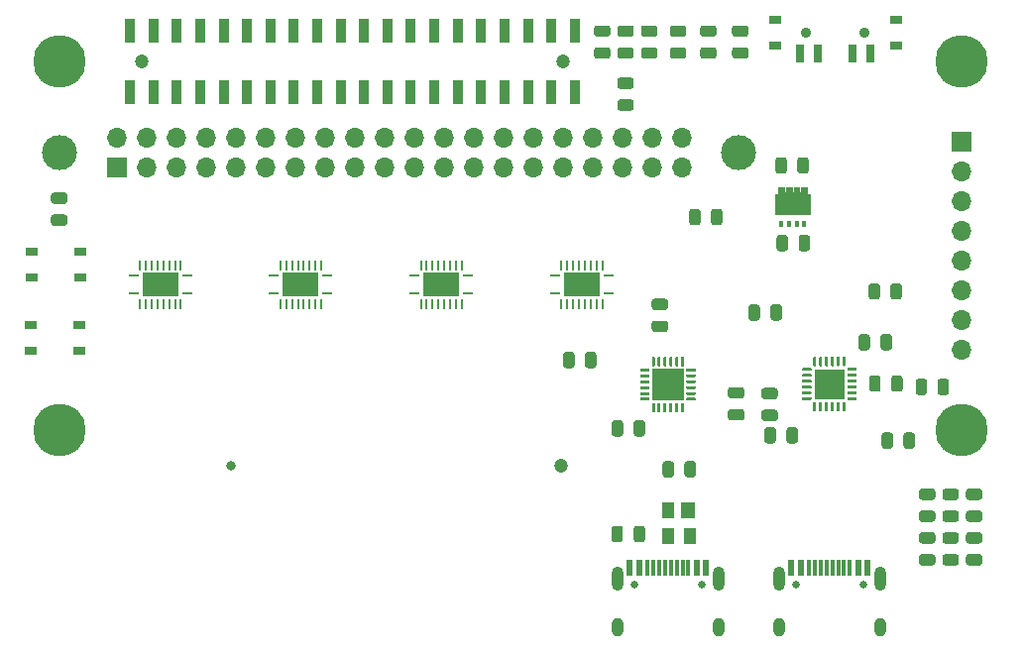
<source format=gbr>
%TF.GenerationSoftware,KiCad,Pcbnew,5.1.6+dfsg1-1~bpo10+1*%
%TF.CreationDate,2020-09-02T15:08:30+01:00*%
%TF.ProjectId,Ultra96-IO-Mezzanine,556c7472-6139-4362-9d49-4f2d4d657a7a,A*%
%TF.SameCoordinates,Original*%
%TF.FileFunction,Soldermask,Top*%
%TF.FilePolarity,Negative*%
%FSLAX46Y46*%
G04 Gerber Fmt 4.6, Leading zero omitted, Abs format (unit mm)*
G04 Created by KiCad (PCBNEW 5.1.6+dfsg1-1~bpo10+1) date 2020-09-02 15:08:30*
%MOMM*%
%LPD*%
G01*
G04 APERTURE LIST*
%ADD10C,0.010000*%
%ADD11C,4.500000*%
%ADD12C,3.000000*%
%ADD13O,1.700000X1.700000*%
%ADD14R,1.700000X1.700000*%
%ADD15R,0.860000X0.260000*%
%ADD16R,0.260000X0.860000*%
%ADD17R,3.050000X2.050000*%
%ADD18R,1.050000X0.650000*%
%ADD19R,1.000000X0.800000*%
%ADD20R,0.700000X1.500000*%
%ADD21C,0.900000*%
%ADD22R,2.750000X1.470000*%
%ADD23R,0.400000X0.550000*%
%ADD24R,2.700000X2.700000*%
%ADD25R,0.600000X1.450000*%
%ADD26R,0.300000X1.450000*%
%ADD27O,1.000000X2.100000*%
%ADD28C,0.650000*%
%ADD29O,1.000000X1.600000*%
%ADD30R,0.890000X2.100000*%
%ADD31C,0.800000*%
%ADD32C,1.200000*%
%ADD33R,2.600000X2.600000*%
%ADD34R,1.000000X1.400000*%
%ADD35R,1.200000X1.400000*%
G04 APERTURE END LIST*
D10*
%TO.C,Q1*%
G36*
X165136500Y-117040200D02*
G01*
X168086500Y-117040200D01*
X168086500Y-115370200D01*
X167836500Y-115370200D01*
X167836500Y-114760200D01*
X167336500Y-114760200D01*
X167336500Y-115170200D01*
X167186500Y-115170200D01*
X167186500Y-114760200D01*
X166686500Y-114760200D01*
X166686500Y-115170200D01*
X166536500Y-115170200D01*
X166536500Y-114760200D01*
X166036500Y-114760200D01*
X166036500Y-115170200D01*
X165886500Y-115170200D01*
X165886500Y-114760200D01*
X165386500Y-114760200D01*
X165386500Y-115370200D01*
X165136500Y-115370200D01*
X165136500Y-117040200D01*
G37*
X165136500Y-117040200D02*
X168086500Y-117040200D01*
X168086500Y-115370200D01*
X167836500Y-115370200D01*
X167836500Y-114760200D01*
X167336500Y-114760200D01*
X167336500Y-115170200D01*
X167186500Y-115170200D01*
X167186500Y-114760200D01*
X166686500Y-114760200D01*
X166686500Y-115170200D01*
X166536500Y-115170200D01*
X166536500Y-114760200D01*
X166036500Y-114760200D01*
X166036500Y-115170200D01*
X165886500Y-115170200D01*
X165886500Y-114760200D01*
X165386500Y-114760200D01*
X165386500Y-115370200D01*
X165136500Y-115370200D01*
X165136500Y-117040200D01*
%TD*%
D11*
%TO.C,REF\u002A\u002A*%
X181000000Y-104000000D03*
X104000000Y-104000000D03*
X181000000Y-135500000D03*
X104000000Y-135500000D03*
%TD*%
D12*
%TO.C,H1*%
X104000000Y-111800000D03*
%TD*%
%TO.C,R13*%
G36*
G01*
X179643750Y-142387500D02*
X180556250Y-142387500D01*
G75*
G02*
X180800000Y-142631250I0J-243750D01*
G01*
X180800000Y-143118750D01*
G75*
G02*
X180556250Y-143362500I-243750J0D01*
G01*
X179643750Y-143362500D01*
G75*
G02*
X179400000Y-143118750I0J243750D01*
G01*
X179400000Y-142631250D01*
G75*
G02*
X179643750Y-142387500I243750J0D01*
G01*
G37*
G36*
G01*
X179643750Y-140512500D02*
X180556250Y-140512500D01*
G75*
G02*
X180800000Y-140756250I0J-243750D01*
G01*
X180800000Y-141243750D01*
G75*
G02*
X180556250Y-141487500I-243750J0D01*
G01*
X179643750Y-141487500D01*
G75*
G02*
X179400000Y-141243750I0J243750D01*
G01*
X179400000Y-140756250D01*
G75*
G02*
X179643750Y-140512500I243750J0D01*
G01*
G37*
%TD*%
%TO.C,R12*%
G36*
G01*
X181643750Y-142387500D02*
X182556250Y-142387500D01*
G75*
G02*
X182800000Y-142631250I0J-243750D01*
G01*
X182800000Y-143118750D01*
G75*
G02*
X182556250Y-143362500I-243750J0D01*
G01*
X181643750Y-143362500D01*
G75*
G02*
X181400000Y-143118750I0J243750D01*
G01*
X181400000Y-142631250D01*
G75*
G02*
X181643750Y-142387500I243750J0D01*
G01*
G37*
G36*
G01*
X181643750Y-140512500D02*
X182556250Y-140512500D01*
G75*
G02*
X182800000Y-140756250I0J-243750D01*
G01*
X182800000Y-141243750D01*
G75*
G02*
X182556250Y-141487500I-243750J0D01*
G01*
X181643750Y-141487500D01*
G75*
G02*
X181400000Y-141243750I0J243750D01*
G01*
X181400000Y-140756250D01*
G75*
G02*
X181643750Y-140512500I243750J0D01*
G01*
G37*
%TD*%
%TO.C,R11*%
G36*
G01*
X177643750Y-142387500D02*
X178556250Y-142387500D01*
G75*
G02*
X178800000Y-142631250I0J-243750D01*
G01*
X178800000Y-143118750D01*
G75*
G02*
X178556250Y-143362500I-243750J0D01*
G01*
X177643750Y-143362500D01*
G75*
G02*
X177400000Y-143118750I0J243750D01*
G01*
X177400000Y-142631250D01*
G75*
G02*
X177643750Y-142387500I243750J0D01*
G01*
G37*
G36*
G01*
X177643750Y-140512500D02*
X178556250Y-140512500D01*
G75*
G02*
X178800000Y-140756250I0J-243750D01*
G01*
X178800000Y-141243750D01*
G75*
G02*
X178556250Y-141487500I-243750J0D01*
G01*
X177643750Y-141487500D01*
G75*
G02*
X177400000Y-141243750I0J243750D01*
G01*
X177400000Y-140756250D01*
G75*
G02*
X177643750Y-140512500I243750J0D01*
G01*
G37*
%TD*%
%TO.C,D10*%
G36*
G01*
X180556250Y-145212500D02*
X179643750Y-145212500D01*
G75*
G02*
X179400000Y-144968750I0J243750D01*
G01*
X179400000Y-144481250D01*
G75*
G02*
X179643750Y-144237500I243750J0D01*
G01*
X180556250Y-144237500D01*
G75*
G02*
X180800000Y-144481250I0J-243750D01*
G01*
X180800000Y-144968750D01*
G75*
G02*
X180556250Y-145212500I-243750J0D01*
G01*
G37*
G36*
G01*
X180556250Y-147087500D02*
X179643750Y-147087500D01*
G75*
G02*
X179400000Y-146843750I0J243750D01*
G01*
X179400000Y-146356250D01*
G75*
G02*
X179643750Y-146112500I243750J0D01*
G01*
X180556250Y-146112500D01*
G75*
G02*
X180800000Y-146356250I0J-243750D01*
G01*
X180800000Y-146843750D01*
G75*
G02*
X180556250Y-147087500I-243750J0D01*
G01*
G37*
%TD*%
%TO.C,D9*%
G36*
G01*
X182556250Y-145212500D02*
X181643750Y-145212500D01*
G75*
G02*
X181400000Y-144968750I0J243750D01*
G01*
X181400000Y-144481250D01*
G75*
G02*
X181643750Y-144237500I243750J0D01*
G01*
X182556250Y-144237500D01*
G75*
G02*
X182800000Y-144481250I0J-243750D01*
G01*
X182800000Y-144968750D01*
G75*
G02*
X182556250Y-145212500I-243750J0D01*
G01*
G37*
G36*
G01*
X182556250Y-147087500D02*
X181643750Y-147087500D01*
G75*
G02*
X181400000Y-146843750I0J243750D01*
G01*
X181400000Y-146356250D01*
G75*
G02*
X181643750Y-146112500I243750J0D01*
G01*
X182556250Y-146112500D01*
G75*
G02*
X182800000Y-146356250I0J-243750D01*
G01*
X182800000Y-146843750D01*
G75*
G02*
X182556250Y-147087500I-243750J0D01*
G01*
G37*
%TD*%
%TO.C,D8*%
G36*
G01*
X178556250Y-145212500D02*
X177643750Y-145212500D01*
G75*
G02*
X177400000Y-144968750I0J243750D01*
G01*
X177400000Y-144481250D01*
G75*
G02*
X177643750Y-144237500I243750J0D01*
G01*
X178556250Y-144237500D01*
G75*
G02*
X178800000Y-144481250I0J-243750D01*
G01*
X178800000Y-144968750D01*
G75*
G02*
X178556250Y-145212500I-243750J0D01*
G01*
G37*
G36*
G01*
X178556250Y-147087500D02*
X177643750Y-147087500D01*
G75*
G02*
X177400000Y-146843750I0J243750D01*
G01*
X177400000Y-146356250D01*
G75*
G02*
X177643750Y-146112500I243750J0D01*
G01*
X178556250Y-146112500D01*
G75*
G02*
X178800000Y-146356250I0J-243750D01*
G01*
X178800000Y-146843750D01*
G75*
G02*
X178556250Y-147087500I-243750J0D01*
G01*
G37*
%TD*%
D13*
%TO.C,P1*%
X157130000Y-110530000D03*
X157130000Y-113070000D03*
X154590000Y-110530000D03*
X154590000Y-113070000D03*
X152050000Y-110530000D03*
X152050000Y-113070000D03*
X149510000Y-110530000D03*
X149510000Y-113070000D03*
X146970000Y-110530000D03*
X146970000Y-113070000D03*
X144430000Y-110530000D03*
X144430000Y-113070000D03*
X141890000Y-110530000D03*
X141890000Y-113070000D03*
X139350000Y-110530000D03*
X139350000Y-113070000D03*
X136810000Y-110530000D03*
X136810000Y-113070000D03*
X134270000Y-110530000D03*
X134270000Y-113070000D03*
X131730000Y-110530000D03*
X131730000Y-113070000D03*
X129190000Y-110530000D03*
X129190000Y-113070000D03*
X126650000Y-110530000D03*
X126650000Y-113070000D03*
X124110000Y-110530000D03*
X124110000Y-113070000D03*
X121570000Y-110530000D03*
X121570000Y-113070000D03*
X119030000Y-110530000D03*
X119030000Y-113070000D03*
X116490000Y-110530000D03*
X116490000Y-113070000D03*
X113950000Y-110530000D03*
X113950000Y-113070000D03*
X111410000Y-110530000D03*
X111410000Y-113070000D03*
X108870000Y-110530000D03*
D14*
X108870000Y-113070000D03*
%TD*%
D15*
%TO.C,U7*%
X150887600Y-123862400D03*
X150887600Y-122338400D03*
X146315600Y-122338400D03*
X146315600Y-123862400D03*
D16*
X146851600Y-124785400D03*
X147351600Y-124785400D03*
X147851600Y-124785400D03*
X148351600Y-124785400D03*
X148851600Y-124785400D03*
X149351600Y-124785400D03*
X149851600Y-124785400D03*
X150351600Y-124785400D03*
X150351600Y-121415400D03*
X149851600Y-121415400D03*
X149351600Y-121415400D03*
X148851600Y-121415400D03*
X148351600Y-121415400D03*
X147851600Y-121415400D03*
X147351600Y-121415400D03*
X146851600Y-121415400D03*
D17*
X148601600Y-123100400D03*
%TD*%
D15*
%TO.C,U6*%
X138887600Y-123862400D03*
X138887600Y-122338400D03*
X134315600Y-122338400D03*
X134315600Y-123862400D03*
D16*
X134851600Y-124785400D03*
X135351600Y-124785400D03*
X135851600Y-124785400D03*
X136351600Y-124785400D03*
X136851600Y-124785400D03*
X137351600Y-124785400D03*
X137851600Y-124785400D03*
X138351600Y-124785400D03*
X138351600Y-121415400D03*
X137851600Y-121415400D03*
X137351600Y-121415400D03*
X136851600Y-121415400D03*
X136351600Y-121415400D03*
X135851600Y-121415400D03*
X135351600Y-121415400D03*
X134851600Y-121415400D03*
D17*
X136601600Y-123100400D03*
%TD*%
D15*
%TO.C,U5*%
X126887600Y-123862400D03*
X126887600Y-122338400D03*
X122315600Y-122338400D03*
X122315600Y-123862400D03*
D16*
X122851600Y-124785400D03*
X123351600Y-124785400D03*
X123851600Y-124785400D03*
X124351600Y-124785400D03*
X124851600Y-124785400D03*
X125351600Y-124785400D03*
X125851600Y-124785400D03*
X126351600Y-124785400D03*
X126351600Y-121415400D03*
X125851600Y-121415400D03*
X125351600Y-121415400D03*
X124851600Y-121415400D03*
X124351600Y-121415400D03*
X123851600Y-121415400D03*
X123351600Y-121415400D03*
X122851600Y-121415400D03*
D17*
X124601600Y-123100400D03*
%TD*%
%TO.C,U3*%
X112601600Y-123100400D03*
D16*
X110851600Y-121415400D03*
X111351600Y-121415400D03*
X111851600Y-121415400D03*
X112351600Y-121415400D03*
X112851600Y-121415400D03*
X113351600Y-121415400D03*
X113851600Y-121415400D03*
X114351600Y-121415400D03*
X114351600Y-124785400D03*
X113851600Y-124785400D03*
X113351600Y-124785400D03*
X112851600Y-124785400D03*
X112351600Y-124785400D03*
X111851600Y-124785400D03*
X111351600Y-124785400D03*
X110851600Y-124785400D03*
D15*
X110315600Y-123862400D03*
X110315600Y-122338400D03*
X114887600Y-122338400D03*
X114887600Y-123862400D03*
%TD*%
D18*
%TO.C,RST*%
X101540000Y-126555000D03*
X101515000Y-128705000D03*
X105665000Y-126555000D03*
X105665000Y-128705000D03*
%TD*%
%TO.C,PWR*%
X101610000Y-120305000D03*
X101585000Y-122455000D03*
X105735000Y-120305000D03*
X105735000Y-122455000D03*
%TD*%
D19*
%TO.C,5v|3v3|1v8*%
X175410000Y-102690000D03*
X165110000Y-102690000D03*
X165110000Y-100480000D03*
X175410000Y-100480000D03*
D20*
X167260000Y-103340000D03*
X168760000Y-103340000D03*
X171760000Y-103340000D03*
X173260000Y-103340000D03*
D21*
X167760000Y-101580000D03*
X172760000Y-101580000D03*
%TD*%
%TO.C,R10*%
G36*
G01*
X151880450Y-107267600D02*
X152792950Y-107267600D01*
G75*
G02*
X153036700Y-107511350I0J-243750D01*
G01*
X153036700Y-107998850D01*
G75*
G02*
X152792950Y-108242600I-243750J0D01*
G01*
X151880450Y-108242600D01*
G75*
G02*
X151636700Y-107998850I0J243750D01*
G01*
X151636700Y-107511350D01*
G75*
G02*
X151880450Y-107267600I243750J0D01*
G01*
G37*
G36*
G01*
X151880450Y-105392600D02*
X152792950Y-105392600D01*
G75*
G02*
X153036700Y-105636350I0J-243750D01*
G01*
X153036700Y-106123850D01*
G75*
G02*
X152792950Y-106367600I-243750J0D01*
G01*
X151880450Y-106367600D01*
G75*
G02*
X151636700Y-106123850I0J243750D01*
G01*
X151636700Y-105636350D01*
G75*
G02*
X151880450Y-105392600I243750J0D01*
G01*
G37*
%TD*%
%TO.C,R9*%
G36*
G01*
X166112500Y-112443750D02*
X166112500Y-113356250D01*
G75*
G02*
X165868750Y-113600000I-243750J0D01*
G01*
X165381250Y-113600000D01*
G75*
G02*
X165137500Y-113356250I0J243750D01*
G01*
X165137500Y-112443750D01*
G75*
G02*
X165381250Y-112200000I243750J0D01*
G01*
X165868750Y-112200000D01*
G75*
G02*
X166112500Y-112443750I0J-243750D01*
G01*
G37*
G36*
G01*
X167987500Y-112443750D02*
X167987500Y-113356250D01*
G75*
G02*
X167743750Y-113600000I-243750J0D01*
G01*
X167256250Y-113600000D01*
G75*
G02*
X167012500Y-113356250I0J243750D01*
G01*
X167012500Y-112443750D01*
G75*
G02*
X167256250Y-112200000I243750J0D01*
G01*
X167743750Y-112200000D01*
G75*
G02*
X167987500Y-112443750I0J-243750D01*
G01*
G37*
%TD*%
%TO.C,R8*%
G36*
G01*
X163814300Y-125019950D02*
X163814300Y-125932450D01*
G75*
G02*
X163570550Y-126176200I-243750J0D01*
G01*
X163083050Y-126176200D01*
G75*
G02*
X162839300Y-125932450I0J243750D01*
G01*
X162839300Y-125019950D01*
G75*
G02*
X163083050Y-124776200I243750J0D01*
G01*
X163570550Y-124776200D01*
G75*
G02*
X163814300Y-125019950I0J-243750D01*
G01*
G37*
G36*
G01*
X165689300Y-125019950D02*
X165689300Y-125932450D01*
G75*
G02*
X165445550Y-126176200I-243750J0D01*
G01*
X164958050Y-126176200D01*
G75*
G02*
X164714300Y-125932450I0J243750D01*
G01*
X164714300Y-125019950D01*
G75*
G02*
X164958050Y-124776200I243750J0D01*
G01*
X165445550Y-124776200D01*
G75*
G02*
X165689300Y-125019950I0J-243750D01*
G01*
G37*
%TD*%
%TO.C,R7*%
G36*
G01*
X167114600Y-119988850D02*
X167114600Y-119076350D01*
G75*
G02*
X167358350Y-118832600I243750J0D01*
G01*
X167845850Y-118832600D01*
G75*
G02*
X168089600Y-119076350I0J-243750D01*
G01*
X168089600Y-119988850D01*
G75*
G02*
X167845850Y-120232600I-243750J0D01*
G01*
X167358350Y-120232600D01*
G75*
G02*
X167114600Y-119988850I0J243750D01*
G01*
G37*
G36*
G01*
X165239600Y-119988850D02*
X165239600Y-119076350D01*
G75*
G02*
X165483350Y-118832600I243750J0D01*
G01*
X165970850Y-118832600D01*
G75*
G02*
X166214600Y-119076350I0J-243750D01*
G01*
X166214600Y-119988850D01*
G75*
G02*
X165970850Y-120232600I-243750J0D01*
G01*
X165483350Y-120232600D01*
G75*
G02*
X165239600Y-119988850I0J243750D01*
G01*
G37*
%TD*%
%TO.C,R6*%
G36*
G01*
X159629700Y-117766350D02*
X159629700Y-116853850D01*
G75*
G02*
X159873450Y-116610100I243750J0D01*
G01*
X160360950Y-116610100D01*
G75*
G02*
X160604700Y-116853850I0J-243750D01*
G01*
X160604700Y-117766350D01*
G75*
G02*
X160360950Y-118010100I-243750J0D01*
G01*
X159873450Y-118010100D01*
G75*
G02*
X159629700Y-117766350I0J243750D01*
G01*
G37*
G36*
G01*
X157754700Y-117766350D02*
X157754700Y-116853850D01*
G75*
G02*
X157998450Y-116610100I243750J0D01*
G01*
X158485950Y-116610100D01*
G75*
G02*
X158729700Y-116853850I0J-243750D01*
G01*
X158729700Y-117766350D01*
G75*
G02*
X158485950Y-118010100I-243750J0D01*
G01*
X157998450Y-118010100D01*
G75*
G02*
X157754700Y-117766350I0J243750D01*
G01*
G37*
%TD*%
%TO.C,R5*%
G36*
G01*
X157276250Y-101907500D02*
X156363750Y-101907500D01*
G75*
G02*
X156120000Y-101663750I0J243750D01*
G01*
X156120000Y-101176250D01*
G75*
G02*
X156363750Y-100932500I243750J0D01*
G01*
X157276250Y-100932500D01*
G75*
G02*
X157520000Y-101176250I0J-243750D01*
G01*
X157520000Y-101663750D01*
G75*
G02*
X157276250Y-101907500I-243750J0D01*
G01*
G37*
G36*
G01*
X157276250Y-103782500D02*
X156363750Y-103782500D01*
G75*
G02*
X156120000Y-103538750I0J243750D01*
G01*
X156120000Y-103051250D01*
G75*
G02*
X156363750Y-102807500I243750J0D01*
G01*
X157276250Y-102807500D01*
G75*
G02*
X157520000Y-103051250I0J-243750D01*
G01*
X157520000Y-103538750D01*
G75*
G02*
X157276250Y-103782500I-243750J0D01*
G01*
G37*
%TD*%
%TO.C,R4*%
G36*
G01*
X154806250Y-101907500D02*
X153893750Y-101907500D01*
G75*
G02*
X153650000Y-101663750I0J243750D01*
G01*
X153650000Y-101176250D01*
G75*
G02*
X153893750Y-100932500I243750J0D01*
G01*
X154806250Y-100932500D01*
G75*
G02*
X155050000Y-101176250I0J-243750D01*
G01*
X155050000Y-101663750D01*
G75*
G02*
X154806250Y-101907500I-243750J0D01*
G01*
G37*
G36*
G01*
X154806250Y-103782500D02*
X153893750Y-103782500D01*
G75*
G02*
X153650000Y-103538750I0J243750D01*
G01*
X153650000Y-103051250D01*
G75*
G02*
X153893750Y-102807500I243750J0D01*
G01*
X154806250Y-102807500D01*
G75*
G02*
X155050000Y-103051250I0J-243750D01*
G01*
X155050000Y-103538750D01*
G75*
G02*
X154806250Y-103782500I-243750J0D01*
G01*
G37*
%TD*%
%TO.C,R3*%
G36*
G01*
X175176200Y-135954650D02*
X175176200Y-136867150D01*
G75*
G02*
X174932450Y-137110900I-243750J0D01*
G01*
X174444950Y-137110900D01*
G75*
G02*
X174201200Y-136867150I0J243750D01*
G01*
X174201200Y-135954650D01*
G75*
G02*
X174444950Y-135710900I243750J0D01*
G01*
X174932450Y-135710900D01*
G75*
G02*
X175176200Y-135954650I0J-243750D01*
G01*
G37*
G36*
G01*
X177051200Y-135954650D02*
X177051200Y-136867150D01*
G75*
G02*
X176807450Y-137110900I-243750J0D01*
G01*
X176319950Y-137110900D01*
G75*
G02*
X176076200Y-136867150I0J243750D01*
G01*
X176076200Y-135954650D01*
G75*
G02*
X176319950Y-135710900I243750J0D01*
G01*
X176807450Y-135710900D01*
G75*
G02*
X177051200Y-135954650I0J-243750D01*
G01*
G37*
%TD*%
%TO.C,R2*%
G36*
G01*
X174112300Y-128472450D02*
X174112300Y-127559950D01*
G75*
G02*
X174356050Y-127316200I243750J0D01*
G01*
X174843550Y-127316200D01*
G75*
G02*
X175087300Y-127559950I0J-243750D01*
G01*
X175087300Y-128472450D01*
G75*
G02*
X174843550Y-128716200I-243750J0D01*
G01*
X174356050Y-128716200D01*
G75*
G02*
X174112300Y-128472450I0J243750D01*
G01*
G37*
G36*
G01*
X172237300Y-128472450D02*
X172237300Y-127559950D01*
G75*
G02*
X172481050Y-127316200I243750J0D01*
G01*
X172968550Y-127316200D01*
G75*
G02*
X173212300Y-127559950I0J-243750D01*
G01*
X173212300Y-128472450D01*
G75*
G02*
X172968550Y-128716200I-243750J0D01*
G01*
X172481050Y-128716200D01*
G75*
G02*
X172237300Y-128472450I0J243750D01*
G01*
G37*
%TD*%
%TO.C,R1*%
G36*
G01*
X174122100Y-131090550D02*
X174122100Y-132003050D01*
G75*
G02*
X173878350Y-132246800I-243750J0D01*
G01*
X173390850Y-132246800D01*
G75*
G02*
X173147100Y-132003050I0J243750D01*
G01*
X173147100Y-131090550D01*
G75*
G02*
X173390850Y-130846800I243750J0D01*
G01*
X173878350Y-130846800D01*
G75*
G02*
X174122100Y-131090550I0J-243750D01*
G01*
G37*
G36*
G01*
X175997100Y-131090550D02*
X175997100Y-132003050D01*
G75*
G02*
X175753350Y-132246800I-243750J0D01*
G01*
X175265850Y-132246800D01*
G75*
G02*
X175022100Y-132003050I0J243750D01*
G01*
X175022100Y-131090550D01*
G75*
G02*
X175265850Y-130846800I243750J0D01*
G01*
X175753350Y-130846800D01*
G75*
G02*
X175997100Y-131090550I0J-243750D01*
G01*
G37*
%TD*%
D22*
%TO.C,Q1*%
X166611500Y-116205200D03*
D23*
X167586500Y-117885200D03*
X165636500Y-117885200D03*
X166936500Y-117885200D03*
X166286500Y-117885200D03*
%TD*%
%TO.C,D7*%
G36*
G01*
X165099250Y-132872500D02*
X164186750Y-132872500D01*
G75*
G02*
X163943000Y-132628750I0J243750D01*
G01*
X163943000Y-132141250D01*
G75*
G02*
X164186750Y-131897500I243750J0D01*
G01*
X165099250Y-131897500D01*
G75*
G02*
X165343000Y-132141250I0J-243750D01*
G01*
X165343000Y-132628750D01*
G75*
G02*
X165099250Y-132872500I-243750J0D01*
G01*
G37*
G36*
G01*
X165099250Y-134747500D02*
X164186750Y-134747500D01*
G75*
G02*
X163943000Y-134503750I0J243750D01*
G01*
X163943000Y-134016250D01*
G75*
G02*
X164186750Y-133772500I243750J0D01*
G01*
X165099250Y-133772500D01*
G75*
G02*
X165343000Y-134016250I0J-243750D01*
G01*
X165343000Y-134503750D01*
G75*
G02*
X165099250Y-134747500I-243750J0D01*
G01*
G37*
%TD*%
%TO.C,D6*%
G36*
G01*
X152117600Y-143942950D02*
X152117600Y-144855450D01*
G75*
G02*
X151873850Y-145099200I-243750J0D01*
G01*
X151386350Y-145099200D01*
G75*
G02*
X151142600Y-144855450I0J243750D01*
G01*
X151142600Y-143942950D01*
G75*
G02*
X151386350Y-143699200I243750J0D01*
G01*
X151873850Y-143699200D01*
G75*
G02*
X152117600Y-143942950I0J-243750D01*
G01*
G37*
G36*
G01*
X153992600Y-143942950D02*
X153992600Y-144855450D01*
G75*
G02*
X153748850Y-145099200I-243750J0D01*
G01*
X153261350Y-145099200D01*
G75*
G02*
X153017600Y-144855450I0J243750D01*
G01*
X153017600Y-143942950D01*
G75*
G02*
X153261350Y-143699200I243750J0D01*
G01*
X153748850Y-143699200D01*
G75*
G02*
X153992600Y-143942950I0J-243750D01*
G01*
G37*
%TD*%
%TO.C,D5*%
G36*
G01*
X162241750Y-132821700D02*
X161329250Y-132821700D01*
G75*
G02*
X161085500Y-132577950I0J243750D01*
G01*
X161085500Y-132090450D01*
G75*
G02*
X161329250Y-131846700I243750J0D01*
G01*
X162241750Y-131846700D01*
G75*
G02*
X162485500Y-132090450I0J-243750D01*
G01*
X162485500Y-132577950D01*
G75*
G02*
X162241750Y-132821700I-243750J0D01*
G01*
G37*
G36*
G01*
X162241750Y-134696700D02*
X161329250Y-134696700D01*
G75*
G02*
X161085500Y-134452950I0J243750D01*
G01*
X161085500Y-133965450D01*
G75*
G02*
X161329250Y-133721700I243750J0D01*
G01*
X162241750Y-133721700D01*
G75*
G02*
X162485500Y-133965450I0J-243750D01*
G01*
X162485500Y-134452950D01*
G75*
G02*
X162241750Y-134696700I-243750J0D01*
G01*
G37*
%TD*%
%TO.C,D4*%
G36*
G01*
X151893750Y-102807500D02*
X152806250Y-102807500D01*
G75*
G02*
X153050000Y-103051250I0J-243750D01*
G01*
X153050000Y-103538750D01*
G75*
G02*
X152806250Y-103782500I-243750J0D01*
G01*
X151893750Y-103782500D01*
G75*
G02*
X151650000Y-103538750I0J243750D01*
G01*
X151650000Y-103051250D01*
G75*
G02*
X151893750Y-102807500I243750J0D01*
G01*
G37*
G36*
G01*
X151893750Y-100932500D02*
X152806250Y-100932500D01*
G75*
G02*
X153050000Y-101176250I0J-243750D01*
G01*
X153050000Y-101663750D01*
G75*
G02*
X152806250Y-101907500I-243750J0D01*
G01*
X151893750Y-101907500D01*
G75*
G02*
X151650000Y-101663750I0J243750D01*
G01*
X151650000Y-101176250D01*
G75*
G02*
X151893750Y-100932500I243750J0D01*
G01*
G37*
%TD*%
%TO.C,D2*%
G36*
G01*
X162586250Y-101907500D02*
X161673750Y-101907500D01*
G75*
G02*
X161430000Y-101663750I0J243750D01*
G01*
X161430000Y-101176250D01*
G75*
G02*
X161673750Y-100932500I243750J0D01*
G01*
X162586250Y-100932500D01*
G75*
G02*
X162830000Y-101176250I0J-243750D01*
G01*
X162830000Y-101663750D01*
G75*
G02*
X162586250Y-101907500I-243750J0D01*
G01*
G37*
G36*
G01*
X162586250Y-103782500D02*
X161673750Y-103782500D01*
G75*
G02*
X161430000Y-103538750I0J243750D01*
G01*
X161430000Y-103051250D01*
G75*
G02*
X161673750Y-102807500I243750J0D01*
G01*
X162586250Y-102807500D01*
G75*
G02*
X162830000Y-103051250I0J-243750D01*
G01*
X162830000Y-103538750D01*
G75*
G02*
X162586250Y-103782500I-243750J0D01*
G01*
G37*
%TD*%
%TO.C,D1*%
G36*
G01*
X159866250Y-101907500D02*
X158953750Y-101907500D01*
G75*
G02*
X158710000Y-101663750I0J243750D01*
G01*
X158710000Y-101176250D01*
G75*
G02*
X158953750Y-100932500I243750J0D01*
G01*
X159866250Y-100932500D01*
G75*
G02*
X160110000Y-101176250I0J-243750D01*
G01*
X160110000Y-101663750D01*
G75*
G02*
X159866250Y-101907500I-243750J0D01*
G01*
G37*
G36*
G01*
X159866250Y-103782500D02*
X158953750Y-103782500D01*
G75*
G02*
X158710000Y-103538750I0J243750D01*
G01*
X158710000Y-103051250D01*
G75*
G02*
X158953750Y-102807500I243750J0D01*
G01*
X159866250Y-102807500D01*
G75*
G02*
X160110000Y-103051250I0J-243750D01*
G01*
X160110000Y-103538750D01*
G75*
G02*
X159866250Y-103782500I-243750J0D01*
G01*
G37*
%TD*%
%TO.C,C9*%
G36*
G01*
X152125700Y-134913250D02*
X152125700Y-135825750D01*
G75*
G02*
X151881950Y-136069500I-243750J0D01*
G01*
X151394450Y-136069500D01*
G75*
G02*
X151150700Y-135825750I0J243750D01*
G01*
X151150700Y-134913250D01*
G75*
G02*
X151394450Y-134669500I243750J0D01*
G01*
X151881950Y-134669500D01*
G75*
G02*
X152125700Y-134913250I0J-243750D01*
G01*
G37*
G36*
G01*
X154000700Y-134913250D02*
X154000700Y-135825750D01*
G75*
G02*
X153756950Y-136069500I-243750J0D01*
G01*
X153269450Y-136069500D01*
G75*
G02*
X153025700Y-135825750I0J243750D01*
G01*
X153025700Y-134913250D01*
G75*
G02*
X153269450Y-134669500I243750J0D01*
G01*
X153756950Y-134669500D01*
G75*
G02*
X154000700Y-134913250I0J-243750D01*
G01*
G37*
%TD*%
%TO.C,C8*%
G36*
G01*
X149893750Y-102807500D02*
X150806250Y-102807500D01*
G75*
G02*
X151050000Y-103051250I0J-243750D01*
G01*
X151050000Y-103538750D01*
G75*
G02*
X150806250Y-103782500I-243750J0D01*
G01*
X149893750Y-103782500D01*
G75*
G02*
X149650000Y-103538750I0J243750D01*
G01*
X149650000Y-103051250D01*
G75*
G02*
X149893750Y-102807500I243750J0D01*
G01*
G37*
G36*
G01*
X149893750Y-100932500D02*
X150806250Y-100932500D01*
G75*
G02*
X151050000Y-101176250I0J-243750D01*
G01*
X151050000Y-101663750D01*
G75*
G02*
X150806250Y-101907500I-243750J0D01*
G01*
X149893750Y-101907500D01*
G75*
G02*
X149650000Y-101663750I0J243750D01*
G01*
X149650000Y-101176250D01*
G75*
G02*
X149893750Y-100932500I243750J0D01*
G01*
G37*
%TD*%
%TO.C,C7*%
G36*
G01*
X155726650Y-125265200D02*
X154814150Y-125265200D01*
G75*
G02*
X154570400Y-125021450I0J243750D01*
G01*
X154570400Y-124533950D01*
G75*
G02*
X154814150Y-124290200I243750J0D01*
G01*
X155726650Y-124290200D01*
G75*
G02*
X155970400Y-124533950I0J-243750D01*
G01*
X155970400Y-125021450D01*
G75*
G02*
X155726650Y-125265200I-243750J0D01*
G01*
G37*
G36*
G01*
X155726650Y-127140200D02*
X154814150Y-127140200D01*
G75*
G02*
X154570400Y-126896450I0J243750D01*
G01*
X154570400Y-126408950D01*
G75*
G02*
X154814150Y-126165200I243750J0D01*
G01*
X155726650Y-126165200D01*
G75*
G02*
X155970400Y-126408950I0J-243750D01*
G01*
X155970400Y-126896450D01*
G75*
G02*
X155726650Y-127140200I-243750J0D01*
G01*
G37*
%TD*%
%TO.C,C6*%
G36*
G01*
X147972800Y-129071250D02*
X147972800Y-129983750D01*
G75*
G02*
X147729050Y-130227500I-243750J0D01*
G01*
X147241550Y-130227500D01*
G75*
G02*
X146997800Y-129983750I0J243750D01*
G01*
X146997800Y-129071250D01*
G75*
G02*
X147241550Y-128827500I243750J0D01*
G01*
X147729050Y-128827500D01*
G75*
G02*
X147972800Y-129071250I0J-243750D01*
G01*
G37*
G36*
G01*
X149847800Y-129071250D02*
X149847800Y-129983750D01*
G75*
G02*
X149604050Y-130227500I-243750J0D01*
G01*
X149116550Y-130227500D01*
G75*
G02*
X148872800Y-129983750I0J243750D01*
G01*
X148872800Y-129071250D01*
G75*
G02*
X149116550Y-128827500I243750J0D01*
G01*
X149604050Y-128827500D01*
G75*
G02*
X149847800Y-129071250I0J-243750D01*
G01*
G37*
%TD*%
%TO.C,C5*%
G36*
G01*
X166077500Y-136426250D02*
X166077500Y-135513750D01*
G75*
G02*
X166321250Y-135270000I243750J0D01*
G01*
X166808750Y-135270000D01*
G75*
G02*
X167052500Y-135513750I0J-243750D01*
G01*
X167052500Y-136426250D01*
G75*
G02*
X166808750Y-136670000I-243750J0D01*
G01*
X166321250Y-136670000D01*
G75*
G02*
X166077500Y-136426250I0J243750D01*
G01*
G37*
G36*
G01*
X164202500Y-136426250D02*
X164202500Y-135513750D01*
G75*
G02*
X164446250Y-135270000I243750J0D01*
G01*
X164933750Y-135270000D01*
G75*
G02*
X165177500Y-135513750I0J-243750D01*
G01*
X165177500Y-136426250D01*
G75*
G02*
X164933750Y-136670000I-243750J0D01*
G01*
X164446250Y-136670000D01*
G75*
G02*
X164202500Y-136426250I0J243750D01*
G01*
G37*
%TD*%
%TO.C,C4*%
G36*
G01*
X178984500Y-132282450D02*
X178984500Y-131369950D01*
G75*
G02*
X179228250Y-131126200I243750J0D01*
G01*
X179715750Y-131126200D01*
G75*
G02*
X179959500Y-131369950I0J-243750D01*
G01*
X179959500Y-132282450D01*
G75*
G02*
X179715750Y-132526200I-243750J0D01*
G01*
X179228250Y-132526200D01*
G75*
G02*
X178984500Y-132282450I0J243750D01*
G01*
G37*
G36*
G01*
X177109500Y-132282450D02*
X177109500Y-131369950D01*
G75*
G02*
X177353250Y-131126200I243750J0D01*
G01*
X177840750Y-131126200D01*
G75*
G02*
X178084500Y-131369950I0J-243750D01*
G01*
X178084500Y-132282450D01*
G75*
G02*
X177840750Y-132526200I-243750J0D01*
G01*
X177353250Y-132526200D01*
G75*
G02*
X177109500Y-132282450I0J243750D01*
G01*
G37*
%TD*%
%TO.C,C3*%
G36*
G01*
X103503750Y-117087500D02*
X104416250Y-117087500D01*
G75*
G02*
X104660000Y-117331250I0J-243750D01*
G01*
X104660000Y-117818750D01*
G75*
G02*
X104416250Y-118062500I-243750J0D01*
G01*
X103503750Y-118062500D01*
G75*
G02*
X103260000Y-117818750I0J243750D01*
G01*
X103260000Y-117331250D01*
G75*
G02*
X103503750Y-117087500I243750J0D01*
G01*
G37*
G36*
G01*
X103503750Y-115212500D02*
X104416250Y-115212500D01*
G75*
G02*
X104660000Y-115456250I0J-243750D01*
G01*
X104660000Y-115943750D01*
G75*
G02*
X104416250Y-116187500I-243750J0D01*
G01*
X103503750Y-116187500D01*
G75*
G02*
X103260000Y-115943750I0J243750D01*
G01*
X103260000Y-115456250D01*
G75*
G02*
X103503750Y-115212500I243750J0D01*
G01*
G37*
%TD*%
%TO.C,C2*%
G36*
G01*
X157362500Y-139316250D02*
X157362500Y-138403750D01*
G75*
G02*
X157606250Y-138160000I243750J0D01*
G01*
X158093750Y-138160000D01*
G75*
G02*
X158337500Y-138403750I0J-243750D01*
G01*
X158337500Y-139316250D01*
G75*
G02*
X158093750Y-139560000I-243750J0D01*
G01*
X157606250Y-139560000D01*
G75*
G02*
X157362500Y-139316250I0J243750D01*
G01*
G37*
G36*
G01*
X155487500Y-139316250D02*
X155487500Y-138403750D01*
G75*
G02*
X155731250Y-138160000I243750J0D01*
G01*
X156218750Y-138160000D01*
G75*
G02*
X156462500Y-138403750I0J-243750D01*
G01*
X156462500Y-139316250D01*
G75*
G02*
X156218750Y-139560000I-243750J0D01*
G01*
X155731250Y-139560000D01*
G75*
G02*
X155487500Y-139316250I0J243750D01*
G01*
G37*
%TD*%
%TO.C,C1*%
G36*
G01*
X174063200Y-123216550D02*
X174063200Y-124129050D01*
G75*
G02*
X173819450Y-124372800I-243750J0D01*
G01*
X173331950Y-124372800D01*
G75*
G02*
X173088200Y-124129050I0J243750D01*
G01*
X173088200Y-123216550D01*
G75*
G02*
X173331950Y-122972800I243750J0D01*
G01*
X173819450Y-122972800D01*
G75*
G02*
X174063200Y-123216550I0J-243750D01*
G01*
G37*
G36*
G01*
X175938200Y-123216550D02*
X175938200Y-124129050D01*
G75*
G02*
X175694450Y-124372800I-243750J0D01*
G01*
X175206950Y-124372800D01*
G75*
G02*
X174963200Y-124129050I0J243750D01*
G01*
X174963200Y-123216550D01*
G75*
G02*
X175206950Y-122972800I243750J0D01*
G01*
X175694450Y-122972800D01*
G75*
G02*
X175938200Y-123216550I0J-243750D01*
G01*
G37*
%TD*%
D13*
%TO.C,J2*%
X181000000Y-128640000D03*
X181000000Y-126100000D03*
X181000000Y-123560000D03*
X181000000Y-121020000D03*
X181000000Y-118480000D03*
X181000000Y-115940000D03*
X181000000Y-113400000D03*
D14*
X181000000Y-110860000D03*
%TD*%
D24*
%TO.C,U4*%
X155955000Y-131635000D03*
G36*
G01*
X154342500Y-133010000D02*
X153642500Y-133010000D01*
G75*
G02*
X153580000Y-132947500I0J62500D01*
G01*
X153580000Y-132822500D01*
G75*
G02*
X153642500Y-132760000I62500J0D01*
G01*
X154342500Y-132760000D01*
G75*
G02*
X154405000Y-132822500I0J-62500D01*
G01*
X154405000Y-132947500D01*
G75*
G02*
X154342500Y-133010000I-62500J0D01*
G01*
G37*
G36*
G01*
X154342500Y-132510000D02*
X153642500Y-132510000D01*
G75*
G02*
X153580000Y-132447500I0J62500D01*
G01*
X153580000Y-132322500D01*
G75*
G02*
X153642500Y-132260000I62500J0D01*
G01*
X154342500Y-132260000D01*
G75*
G02*
X154405000Y-132322500I0J-62500D01*
G01*
X154405000Y-132447500D01*
G75*
G02*
X154342500Y-132510000I-62500J0D01*
G01*
G37*
G36*
G01*
X154342500Y-132010000D02*
X153642500Y-132010000D01*
G75*
G02*
X153580000Y-131947500I0J62500D01*
G01*
X153580000Y-131822500D01*
G75*
G02*
X153642500Y-131760000I62500J0D01*
G01*
X154342500Y-131760000D01*
G75*
G02*
X154405000Y-131822500I0J-62500D01*
G01*
X154405000Y-131947500D01*
G75*
G02*
X154342500Y-132010000I-62500J0D01*
G01*
G37*
G36*
G01*
X154342500Y-131510000D02*
X153642500Y-131510000D01*
G75*
G02*
X153580000Y-131447500I0J62500D01*
G01*
X153580000Y-131322500D01*
G75*
G02*
X153642500Y-131260000I62500J0D01*
G01*
X154342500Y-131260000D01*
G75*
G02*
X154405000Y-131322500I0J-62500D01*
G01*
X154405000Y-131447500D01*
G75*
G02*
X154342500Y-131510000I-62500J0D01*
G01*
G37*
G36*
G01*
X154342500Y-131010000D02*
X153642500Y-131010000D01*
G75*
G02*
X153580000Y-130947500I0J62500D01*
G01*
X153580000Y-130822500D01*
G75*
G02*
X153642500Y-130760000I62500J0D01*
G01*
X154342500Y-130760000D01*
G75*
G02*
X154405000Y-130822500I0J-62500D01*
G01*
X154405000Y-130947500D01*
G75*
G02*
X154342500Y-131010000I-62500J0D01*
G01*
G37*
G36*
G01*
X154342500Y-130510000D02*
X153642500Y-130510000D01*
G75*
G02*
X153580000Y-130447500I0J62500D01*
G01*
X153580000Y-130322500D01*
G75*
G02*
X153642500Y-130260000I62500J0D01*
G01*
X154342500Y-130260000D01*
G75*
G02*
X154405000Y-130322500I0J-62500D01*
G01*
X154405000Y-130447500D01*
G75*
G02*
X154342500Y-130510000I-62500J0D01*
G01*
G37*
G36*
G01*
X154767500Y-130085000D02*
X154642500Y-130085000D01*
G75*
G02*
X154580000Y-130022500I0J62500D01*
G01*
X154580000Y-129322500D01*
G75*
G02*
X154642500Y-129260000I62500J0D01*
G01*
X154767500Y-129260000D01*
G75*
G02*
X154830000Y-129322500I0J-62500D01*
G01*
X154830000Y-130022500D01*
G75*
G02*
X154767500Y-130085000I-62500J0D01*
G01*
G37*
G36*
G01*
X155267500Y-130085000D02*
X155142500Y-130085000D01*
G75*
G02*
X155080000Y-130022500I0J62500D01*
G01*
X155080000Y-129322500D01*
G75*
G02*
X155142500Y-129260000I62500J0D01*
G01*
X155267500Y-129260000D01*
G75*
G02*
X155330000Y-129322500I0J-62500D01*
G01*
X155330000Y-130022500D01*
G75*
G02*
X155267500Y-130085000I-62500J0D01*
G01*
G37*
G36*
G01*
X155767500Y-130085000D02*
X155642500Y-130085000D01*
G75*
G02*
X155580000Y-130022500I0J62500D01*
G01*
X155580000Y-129322500D01*
G75*
G02*
X155642500Y-129260000I62500J0D01*
G01*
X155767500Y-129260000D01*
G75*
G02*
X155830000Y-129322500I0J-62500D01*
G01*
X155830000Y-130022500D01*
G75*
G02*
X155767500Y-130085000I-62500J0D01*
G01*
G37*
G36*
G01*
X156267500Y-130085000D02*
X156142500Y-130085000D01*
G75*
G02*
X156080000Y-130022500I0J62500D01*
G01*
X156080000Y-129322500D01*
G75*
G02*
X156142500Y-129260000I62500J0D01*
G01*
X156267500Y-129260000D01*
G75*
G02*
X156330000Y-129322500I0J-62500D01*
G01*
X156330000Y-130022500D01*
G75*
G02*
X156267500Y-130085000I-62500J0D01*
G01*
G37*
G36*
G01*
X156767500Y-130085000D02*
X156642500Y-130085000D01*
G75*
G02*
X156580000Y-130022500I0J62500D01*
G01*
X156580000Y-129322500D01*
G75*
G02*
X156642500Y-129260000I62500J0D01*
G01*
X156767500Y-129260000D01*
G75*
G02*
X156830000Y-129322500I0J-62500D01*
G01*
X156830000Y-130022500D01*
G75*
G02*
X156767500Y-130085000I-62500J0D01*
G01*
G37*
G36*
G01*
X157267500Y-130085000D02*
X157142500Y-130085000D01*
G75*
G02*
X157080000Y-130022500I0J62500D01*
G01*
X157080000Y-129322500D01*
G75*
G02*
X157142500Y-129260000I62500J0D01*
G01*
X157267500Y-129260000D01*
G75*
G02*
X157330000Y-129322500I0J-62500D01*
G01*
X157330000Y-130022500D01*
G75*
G02*
X157267500Y-130085000I-62500J0D01*
G01*
G37*
G36*
G01*
X158267500Y-130510000D02*
X157567500Y-130510000D01*
G75*
G02*
X157505000Y-130447500I0J62500D01*
G01*
X157505000Y-130322500D01*
G75*
G02*
X157567500Y-130260000I62500J0D01*
G01*
X158267500Y-130260000D01*
G75*
G02*
X158330000Y-130322500I0J-62500D01*
G01*
X158330000Y-130447500D01*
G75*
G02*
X158267500Y-130510000I-62500J0D01*
G01*
G37*
G36*
G01*
X158267500Y-131010000D02*
X157567500Y-131010000D01*
G75*
G02*
X157505000Y-130947500I0J62500D01*
G01*
X157505000Y-130822500D01*
G75*
G02*
X157567500Y-130760000I62500J0D01*
G01*
X158267500Y-130760000D01*
G75*
G02*
X158330000Y-130822500I0J-62500D01*
G01*
X158330000Y-130947500D01*
G75*
G02*
X158267500Y-131010000I-62500J0D01*
G01*
G37*
G36*
G01*
X158267500Y-131510000D02*
X157567500Y-131510000D01*
G75*
G02*
X157505000Y-131447500I0J62500D01*
G01*
X157505000Y-131322500D01*
G75*
G02*
X157567500Y-131260000I62500J0D01*
G01*
X158267500Y-131260000D01*
G75*
G02*
X158330000Y-131322500I0J-62500D01*
G01*
X158330000Y-131447500D01*
G75*
G02*
X158267500Y-131510000I-62500J0D01*
G01*
G37*
G36*
G01*
X158267500Y-132010000D02*
X157567500Y-132010000D01*
G75*
G02*
X157505000Y-131947500I0J62500D01*
G01*
X157505000Y-131822500D01*
G75*
G02*
X157567500Y-131760000I62500J0D01*
G01*
X158267500Y-131760000D01*
G75*
G02*
X158330000Y-131822500I0J-62500D01*
G01*
X158330000Y-131947500D01*
G75*
G02*
X158267500Y-132010000I-62500J0D01*
G01*
G37*
G36*
G01*
X158267500Y-132510000D02*
X157567500Y-132510000D01*
G75*
G02*
X157505000Y-132447500I0J62500D01*
G01*
X157505000Y-132322500D01*
G75*
G02*
X157567500Y-132260000I62500J0D01*
G01*
X158267500Y-132260000D01*
G75*
G02*
X158330000Y-132322500I0J-62500D01*
G01*
X158330000Y-132447500D01*
G75*
G02*
X158267500Y-132510000I-62500J0D01*
G01*
G37*
G36*
G01*
X158267500Y-133010000D02*
X157567500Y-133010000D01*
G75*
G02*
X157505000Y-132947500I0J62500D01*
G01*
X157505000Y-132822500D01*
G75*
G02*
X157567500Y-132760000I62500J0D01*
G01*
X158267500Y-132760000D01*
G75*
G02*
X158330000Y-132822500I0J-62500D01*
G01*
X158330000Y-132947500D01*
G75*
G02*
X158267500Y-133010000I-62500J0D01*
G01*
G37*
G36*
G01*
X157267500Y-134010000D02*
X157142500Y-134010000D01*
G75*
G02*
X157080000Y-133947500I0J62500D01*
G01*
X157080000Y-133247500D01*
G75*
G02*
X157142500Y-133185000I62500J0D01*
G01*
X157267500Y-133185000D01*
G75*
G02*
X157330000Y-133247500I0J-62500D01*
G01*
X157330000Y-133947500D01*
G75*
G02*
X157267500Y-134010000I-62500J0D01*
G01*
G37*
G36*
G01*
X156767500Y-134010000D02*
X156642500Y-134010000D01*
G75*
G02*
X156580000Y-133947500I0J62500D01*
G01*
X156580000Y-133247500D01*
G75*
G02*
X156642500Y-133185000I62500J0D01*
G01*
X156767500Y-133185000D01*
G75*
G02*
X156830000Y-133247500I0J-62500D01*
G01*
X156830000Y-133947500D01*
G75*
G02*
X156767500Y-134010000I-62500J0D01*
G01*
G37*
G36*
G01*
X156267500Y-134010000D02*
X156142500Y-134010000D01*
G75*
G02*
X156080000Y-133947500I0J62500D01*
G01*
X156080000Y-133247500D01*
G75*
G02*
X156142500Y-133185000I62500J0D01*
G01*
X156267500Y-133185000D01*
G75*
G02*
X156330000Y-133247500I0J-62500D01*
G01*
X156330000Y-133947500D01*
G75*
G02*
X156267500Y-134010000I-62500J0D01*
G01*
G37*
G36*
G01*
X155767500Y-134010000D02*
X155642500Y-134010000D01*
G75*
G02*
X155580000Y-133947500I0J62500D01*
G01*
X155580000Y-133247500D01*
G75*
G02*
X155642500Y-133185000I62500J0D01*
G01*
X155767500Y-133185000D01*
G75*
G02*
X155830000Y-133247500I0J-62500D01*
G01*
X155830000Y-133947500D01*
G75*
G02*
X155767500Y-134010000I-62500J0D01*
G01*
G37*
G36*
G01*
X155267500Y-134010000D02*
X155142500Y-134010000D01*
G75*
G02*
X155080000Y-133947500I0J62500D01*
G01*
X155080000Y-133247500D01*
G75*
G02*
X155142500Y-133185000I62500J0D01*
G01*
X155267500Y-133185000D01*
G75*
G02*
X155330000Y-133247500I0J-62500D01*
G01*
X155330000Y-133947500D01*
G75*
G02*
X155267500Y-134010000I-62500J0D01*
G01*
G37*
G36*
G01*
X154767500Y-134010000D02*
X154642500Y-134010000D01*
G75*
G02*
X154580000Y-133947500I0J62500D01*
G01*
X154580000Y-133247500D01*
G75*
G02*
X154642500Y-133185000I62500J0D01*
G01*
X154767500Y-133185000D01*
G75*
G02*
X154830000Y-133247500I0J-62500D01*
G01*
X154830000Y-133947500D01*
G75*
G02*
X154767500Y-134010000I-62500J0D01*
G01*
G37*
%TD*%
D25*
%TO.C,UART*%
X173000000Y-147255000D03*
X172200000Y-147255000D03*
X167300000Y-147255000D03*
X166500000Y-147255000D03*
X166500000Y-147255000D03*
X167300000Y-147255000D03*
X172200000Y-147255000D03*
X173000000Y-147255000D03*
D26*
X168000000Y-147255000D03*
X168500000Y-147255000D03*
X169000000Y-147255000D03*
X170000000Y-147255000D03*
X170500000Y-147255000D03*
X171000000Y-147255000D03*
X171500000Y-147255000D03*
X169500000Y-147255000D03*
D27*
X174070000Y-148170000D03*
X165430000Y-148170000D03*
D28*
X166860000Y-148700000D03*
D29*
X165430000Y-152350000D03*
D28*
X172640000Y-148700000D03*
D29*
X174070000Y-152350000D03*
%TD*%
D30*
%TO.C,P3*%
X148000000Y-101350000D03*
X146000000Y-101350000D03*
X144000000Y-101350000D03*
X142000000Y-101350000D03*
X140000000Y-101350000D03*
X138000000Y-101350000D03*
X136000000Y-101350000D03*
X134000000Y-101350000D03*
X132000000Y-101350000D03*
X130000000Y-101350000D03*
X128000000Y-101350000D03*
X126000000Y-101350000D03*
X124000000Y-101350000D03*
X122000000Y-101350000D03*
X120000000Y-101350000D03*
X118000000Y-101350000D03*
X116000000Y-101350000D03*
X114000000Y-101350000D03*
X148000000Y-106650000D03*
X146000000Y-106650000D03*
X144000000Y-106650000D03*
X142000000Y-106650000D03*
X140000000Y-106650000D03*
X138000000Y-106650000D03*
X136000000Y-106650000D03*
X134000000Y-106650000D03*
X132000000Y-106650000D03*
X130000000Y-106650000D03*
X128000000Y-106650000D03*
X126000000Y-106650000D03*
X124000000Y-106650000D03*
X122000000Y-106650000D03*
X120000000Y-106650000D03*
X118000000Y-106650000D03*
X116000000Y-106650000D03*
X110000000Y-106650000D03*
X110000000Y-101350000D03*
X112000000Y-101350000D03*
X112000000Y-106650000D03*
X114000000Y-106650000D03*
%TD*%
D31*
%TO.C,P2*%
X118650000Y-138550000D03*
D32*
X146850000Y-138550000D03*
%TD*%
D12*
%TO.C,H2*%
X162000000Y-111800000D03*
%TD*%
D25*
%TO.C,PWR*%
X159200000Y-147255000D03*
X158400000Y-147255000D03*
X153500000Y-147255000D03*
X152700000Y-147255000D03*
X152700000Y-147255000D03*
X153500000Y-147255000D03*
X158400000Y-147255000D03*
X159200000Y-147255000D03*
D26*
X154200000Y-147255000D03*
X154700000Y-147255000D03*
X155200000Y-147255000D03*
X156200000Y-147255000D03*
X156700000Y-147255000D03*
X157200000Y-147255000D03*
X157700000Y-147255000D03*
X155700000Y-147255000D03*
D27*
X160270000Y-148170000D03*
X151630000Y-148170000D03*
D28*
X153060000Y-148700000D03*
D29*
X151630000Y-152350000D03*
D28*
X158840000Y-148700000D03*
D29*
X160270000Y-152350000D03*
%TD*%
D33*
%TO.C,U2*%
X169750000Y-131590000D03*
G36*
G01*
X168162500Y-132965000D02*
X167462500Y-132965000D01*
G75*
G02*
X167400000Y-132902500I0J62500D01*
G01*
X167400000Y-132777500D01*
G75*
G02*
X167462500Y-132715000I62500J0D01*
G01*
X168162500Y-132715000D01*
G75*
G02*
X168225000Y-132777500I0J-62500D01*
G01*
X168225000Y-132902500D01*
G75*
G02*
X168162500Y-132965000I-62500J0D01*
G01*
G37*
G36*
G01*
X168162500Y-132465000D02*
X167462500Y-132465000D01*
G75*
G02*
X167400000Y-132402500I0J62500D01*
G01*
X167400000Y-132277500D01*
G75*
G02*
X167462500Y-132215000I62500J0D01*
G01*
X168162500Y-132215000D01*
G75*
G02*
X168225000Y-132277500I0J-62500D01*
G01*
X168225000Y-132402500D01*
G75*
G02*
X168162500Y-132465000I-62500J0D01*
G01*
G37*
G36*
G01*
X168162500Y-131965000D02*
X167462500Y-131965000D01*
G75*
G02*
X167400000Y-131902500I0J62500D01*
G01*
X167400000Y-131777500D01*
G75*
G02*
X167462500Y-131715000I62500J0D01*
G01*
X168162500Y-131715000D01*
G75*
G02*
X168225000Y-131777500I0J-62500D01*
G01*
X168225000Y-131902500D01*
G75*
G02*
X168162500Y-131965000I-62500J0D01*
G01*
G37*
G36*
G01*
X168162500Y-131465000D02*
X167462500Y-131465000D01*
G75*
G02*
X167400000Y-131402500I0J62500D01*
G01*
X167400000Y-131277500D01*
G75*
G02*
X167462500Y-131215000I62500J0D01*
G01*
X168162500Y-131215000D01*
G75*
G02*
X168225000Y-131277500I0J-62500D01*
G01*
X168225000Y-131402500D01*
G75*
G02*
X168162500Y-131465000I-62500J0D01*
G01*
G37*
G36*
G01*
X168162500Y-130965000D02*
X167462500Y-130965000D01*
G75*
G02*
X167400000Y-130902500I0J62500D01*
G01*
X167400000Y-130777500D01*
G75*
G02*
X167462500Y-130715000I62500J0D01*
G01*
X168162500Y-130715000D01*
G75*
G02*
X168225000Y-130777500I0J-62500D01*
G01*
X168225000Y-130902500D01*
G75*
G02*
X168162500Y-130965000I-62500J0D01*
G01*
G37*
G36*
G01*
X168162500Y-130465000D02*
X167462500Y-130465000D01*
G75*
G02*
X167400000Y-130402500I0J62500D01*
G01*
X167400000Y-130277500D01*
G75*
G02*
X167462500Y-130215000I62500J0D01*
G01*
X168162500Y-130215000D01*
G75*
G02*
X168225000Y-130277500I0J-62500D01*
G01*
X168225000Y-130402500D01*
G75*
G02*
X168162500Y-130465000I-62500J0D01*
G01*
G37*
G36*
G01*
X168562500Y-130065000D02*
X168437500Y-130065000D01*
G75*
G02*
X168375000Y-130002500I0J62500D01*
G01*
X168375000Y-129302500D01*
G75*
G02*
X168437500Y-129240000I62500J0D01*
G01*
X168562500Y-129240000D01*
G75*
G02*
X168625000Y-129302500I0J-62500D01*
G01*
X168625000Y-130002500D01*
G75*
G02*
X168562500Y-130065000I-62500J0D01*
G01*
G37*
G36*
G01*
X169062500Y-130065000D02*
X168937500Y-130065000D01*
G75*
G02*
X168875000Y-130002500I0J62500D01*
G01*
X168875000Y-129302500D01*
G75*
G02*
X168937500Y-129240000I62500J0D01*
G01*
X169062500Y-129240000D01*
G75*
G02*
X169125000Y-129302500I0J-62500D01*
G01*
X169125000Y-130002500D01*
G75*
G02*
X169062500Y-130065000I-62500J0D01*
G01*
G37*
G36*
G01*
X169562500Y-130065000D02*
X169437500Y-130065000D01*
G75*
G02*
X169375000Y-130002500I0J62500D01*
G01*
X169375000Y-129302500D01*
G75*
G02*
X169437500Y-129240000I62500J0D01*
G01*
X169562500Y-129240000D01*
G75*
G02*
X169625000Y-129302500I0J-62500D01*
G01*
X169625000Y-130002500D01*
G75*
G02*
X169562500Y-130065000I-62500J0D01*
G01*
G37*
G36*
G01*
X170062500Y-130065000D02*
X169937500Y-130065000D01*
G75*
G02*
X169875000Y-130002500I0J62500D01*
G01*
X169875000Y-129302500D01*
G75*
G02*
X169937500Y-129240000I62500J0D01*
G01*
X170062500Y-129240000D01*
G75*
G02*
X170125000Y-129302500I0J-62500D01*
G01*
X170125000Y-130002500D01*
G75*
G02*
X170062500Y-130065000I-62500J0D01*
G01*
G37*
G36*
G01*
X170562500Y-130065000D02*
X170437500Y-130065000D01*
G75*
G02*
X170375000Y-130002500I0J62500D01*
G01*
X170375000Y-129302500D01*
G75*
G02*
X170437500Y-129240000I62500J0D01*
G01*
X170562500Y-129240000D01*
G75*
G02*
X170625000Y-129302500I0J-62500D01*
G01*
X170625000Y-130002500D01*
G75*
G02*
X170562500Y-130065000I-62500J0D01*
G01*
G37*
G36*
G01*
X171062500Y-130065000D02*
X170937500Y-130065000D01*
G75*
G02*
X170875000Y-130002500I0J62500D01*
G01*
X170875000Y-129302500D01*
G75*
G02*
X170937500Y-129240000I62500J0D01*
G01*
X171062500Y-129240000D01*
G75*
G02*
X171125000Y-129302500I0J-62500D01*
G01*
X171125000Y-130002500D01*
G75*
G02*
X171062500Y-130065000I-62500J0D01*
G01*
G37*
G36*
G01*
X172037500Y-130465000D02*
X171337500Y-130465000D01*
G75*
G02*
X171275000Y-130402500I0J62500D01*
G01*
X171275000Y-130277500D01*
G75*
G02*
X171337500Y-130215000I62500J0D01*
G01*
X172037500Y-130215000D01*
G75*
G02*
X172100000Y-130277500I0J-62500D01*
G01*
X172100000Y-130402500D01*
G75*
G02*
X172037500Y-130465000I-62500J0D01*
G01*
G37*
G36*
G01*
X172037500Y-130965000D02*
X171337500Y-130965000D01*
G75*
G02*
X171275000Y-130902500I0J62500D01*
G01*
X171275000Y-130777500D01*
G75*
G02*
X171337500Y-130715000I62500J0D01*
G01*
X172037500Y-130715000D01*
G75*
G02*
X172100000Y-130777500I0J-62500D01*
G01*
X172100000Y-130902500D01*
G75*
G02*
X172037500Y-130965000I-62500J0D01*
G01*
G37*
G36*
G01*
X172037500Y-131465000D02*
X171337500Y-131465000D01*
G75*
G02*
X171275000Y-131402500I0J62500D01*
G01*
X171275000Y-131277500D01*
G75*
G02*
X171337500Y-131215000I62500J0D01*
G01*
X172037500Y-131215000D01*
G75*
G02*
X172100000Y-131277500I0J-62500D01*
G01*
X172100000Y-131402500D01*
G75*
G02*
X172037500Y-131465000I-62500J0D01*
G01*
G37*
G36*
G01*
X172037500Y-131965000D02*
X171337500Y-131965000D01*
G75*
G02*
X171275000Y-131902500I0J62500D01*
G01*
X171275000Y-131777500D01*
G75*
G02*
X171337500Y-131715000I62500J0D01*
G01*
X172037500Y-131715000D01*
G75*
G02*
X172100000Y-131777500I0J-62500D01*
G01*
X172100000Y-131902500D01*
G75*
G02*
X172037500Y-131965000I-62500J0D01*
G01*
G37*
G36*
G01*
X172037500Y-132465000D02*
X171337500Y-132465000D01*
G75*
G02*
X171275000Y-132402500I0J62500D01*
G01*
X171275000Y-132277500D01*
G75*
G02*
X171337500Y-132215000I62500J0D01*
G01*
X172037500Y-132215000D01*
G75*
G02*
X172100000Y-132277500I0J-62500D01*
G01*
X172100000Y-132402500D01*
G75*
G02*
X172037500Y-132465000I-62500J0D01*
G01*
G37*
G36*
G01*
X172037500Y-132965000D02*
X171337500Y-132965000D01*
G75*
G02*
X171275000Y-132902500I0J62500D01*
G01*
X171275000Y-132777500D01*
G75*
G02*
X171337500Y-132715000I62500J0D01*
G01*
X172037500Y-132715000D01*
G75*
G02*
X172100000Y-132777500I0J-62500D01*
G01*
X172100000Y-132902500D01*
G75*
G02*
X172037500Y-132965000I-62500J0D01*
G01*
G37*
G36*
G01*
X171062500Y-133940000D02*
X170937500Y-133940000D01*
G75*
G02*
X170875000Y-133877500I0J62500D01*
G01*
X170875000Y-133177500D01*
G75*
G02*
X170937500Y-133115000I62500J0D01*
G01*
X171062500Y-133115000D01*
G75*
G02*
X171125000Y-133177500I0J-62500D01*
G01*
X171125000Y-133877500D01*
G75*
G02*
X171062500Y-133940000I-62500J0D01*
G01*
G37*
G36*
G01*
X170562500Y-133940000D02*
X170437500Y-133940000D01*
G75*
G02*
X170375000Y-133877500I0J62500D01*
G01*
X170375000Y-133177500D01*
G75*
G02*
X170437500Y-133115000I62500J0D01*
G01*
X170562500Y-133115000D01*
G75*
G02*
X170625000Y-133177500I0J-62500D01*
G01*
X170625000Y-133877500D01*
G75*
G02*
X170562500Y-133940000I-62500J0D01*
G01*
G37*
G36*
G01*
X170062500Y-133940000D02*
X169937500Y-133940000D01*
G75*
G02*
X169875000Y-133877500I0J62500D01*
G01*
X169875000Y-133177500D01*
G75*
G02*
X169937500Y-133115000I62500J0D01*
G01*
X170062500Y-133115000D01*
G75*
G02*
X170125000Y-133177500I0J-62500D01*
G01*
X170125000Y-133877500D01*
G75*
G02*
X170062500Y-133940000I-62500J0D01*
G01*
G37*
G36*
G01*
X169562500Y-133940000D02*
X169437500Y-133940000D01*
G75*
G02*
X169375000Y-133877500I0J62500D01*
G01*
X169375000Y-133177500D01*
G75*
G02*
X169437500Y-133115000I62500J0D01*
G01*
X169562500Y-133115000D01*
G75*
G02*
X169625000Y-133177500I0J-62500D01*
G01*
X169625000Y-133877500D01*
G75*
G02*
X169562500Y-133940000I-62500J0D01*
G01*
G37*
G36*
G01*
X169062500Y-133940000D02*
X168937500Y-133940000D01*
G75*
G02*
X168875000Y-133877500I0J62500D01*
G01*
X168875000Y-133177500D01*
G75*
G02*
X168937500Y-133115000I62500J0D01*
G01*
X169062500Y-133115000D01*
G75*
G02*
X169125000Y-133177500I0J-62500D01*
G01*
X169125000Y-133877500D01*
G75*
G02*
X169062500Y-133940000I-62500J0D01*
G01*
G37*
G36*
G01*
X168562500Y-133940000D02*
X168437500Y-133940000D01*
G75*
G02*
X168375000Y-133877500I0J62500D01*
G01*
X168375000Y-133177500D01*
G75*
G02*
X168437500Y-133115000I62500J0D01*
G01*
X168562500Y-133115000D01*
G75*
G02*
X168625000Y-133177500I0J-62500D01*
G01*
X168625000Y-133877500D01*
G75*
G02*
X168562500Y-133940000I-62500J0D01*
G01*
G37*
%TD*%
D34*
%TO.C,D3*%
X157870000Y-144580000D03*
X155970000Y-144580000D03*
X155970000Y-142380000D03*
D35*
X157690000Y-142380000D03*
%TD*%
D32*
%TO.C,P1*%
X111000000Y-104000000D03*
X147000000Y-104000000D03*
%TD*%
M02*

</source>
